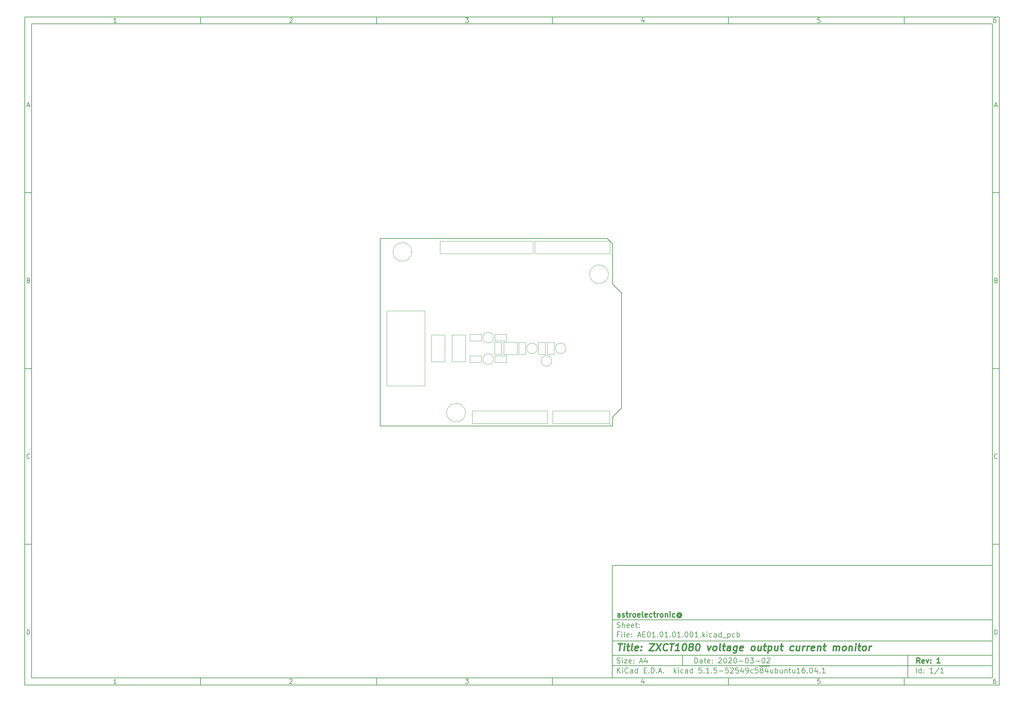
<source format=gbr>
G04 #@! TF.GenerationSoftware,KiCad,Pcbnew,5.1.5-52549c5~84~ubuntu16.04.1*
G04 #@! TF.CreationDate,2020-03-02T18:44:08+01:00*
G04 #@! TF.ProjectId,AE01.01.01.001,41453031-2e30-4312-9e30-312e3030312e,1*
G04 #@! TF.SameCoordinates,Original*
G04 #@! TF.FileFunction,Other,User*
%FSLAX46Y46*%
G04 Gerber Fmt 4.6, Leading zero omitted, Abs format (unit mm)*
G04 Created by KiCad (PCBNEW 5.1.5-52549c5~84~ubuntu16.04.1) date 2020-03-02 18:44:08*
%MOMM*%
%LPD*%
G04 APERTURE LIST*
%ADD10C,0.100000*%
%ADD11C,0.150000*%
%ADD12C,0.300000*%
%ADD13C,0.400000*%
%ADD14C,0.050000*%
G04 APERTURE END LIST*
D10*
D11*
X177002200Y-166007200D02*
X177002200Y-198007200D01*
X285002200Y-198007200D01*
X285002200Y-166007200D01*
X177002200Y-166007200D01*
D10*
D11*
X10000000Y-10000000D02*
X10000000Y-200007200D01*
X287002200Y-200007200D01*
X287002200Y-10000000D01*
X10000000Y-10000000D01*
D10*
D11*
X12000000Y-12000000D02*
X12000000Y-198007200D01*
X285002200Y-198007200D01*
X285002200Y-12000000D01*
X12000000Y-12000000D01*
D10*
D11*
X60000000Y-12000000D02*
X60000000Y-10000000D01*
D10*
D11*
X110000000Y-12000000D02*
X110000000Y-10000000D01*
D10*
D11*
X160000000Y-12000000D02*
X160000000Y-10000000D01*
D10*
D11*
X210000000Y-12000000D02*
X210000000Y-10000000D01*
D10*
D11*
X260000000Y-12000000D02*
X260000000Y-10000000D01*
D10*
D11*
X36065476Y-11588095D02*
X35322619Y-11588095D01*
X35694047Y-11588095D02*
X35694047Y-10288095D01*
X35570238Y-10473809D01*
X35446428Y-10597619D01*
X35322619Y-10659523D01*
D10*
D11*
X85322619Y-10411904D02*
X85384523Y-10350000D01*
X85508333Y-10288095D01*
X85817857Y-10288095D01*
X85941666Y-10350000D01*
X86003571Y-10411904D01*
X86065476Y-10535714D01*
X86065476Y-10659523D01*
X86003571Y-10845238D01*
X85260714Y-11588095D01*
X86065476Y-11588095D01*
D10*
D11*
X135260714Y-10288095D02*
X136065476Y-10288095D01*
X135632142Y-10783333D01*
X135817857Y-10783333D01*
X135941666Y-10845238D01*
X136003571Y-10907142D01*
X136065476Y-11030952D01*
X136065476Y-11340476D01*
X136003571Y-11464285D01*
X135941666Y-11526190D01*
X135817857Y-11588095D01*
X135446428Y-11588095D01*
X135322619Y-11526190D01*
X135260714Y-11464285D01*
D10*
D11*
X185941666Y-10721428D02*
X185941666Y-11588095D01*
X185632142Y-10226190D02*
X185322619Y-11154761D01*
X186127380Y-11154761D01*
D10*
D11*
X236003571Y-10288095D02*
X235384523Y-10288095D01*
X235322619Y-10907142D01*
X235384523Y-10845238D01*
X235508333Y-10783333D01*
X235817857Y-10783333D01*
X235941666Y-10845238D01*
X236003571Y-10907142D01*
X236065476Y-11030952D01*
X236065476Y-11340476D01*
X236003571Y-11464285D01*
X235941666Y-11526190D01*
X235817857Y-11588095D01*
X235508333Y-11588095D01*
X235384523Y-11526190D01*
X235322619Y-11464285D01*
D10*
D11*
X285941666Y-10288095D02*
X285694047Y-10288095D01*
X285570238Y-10350000D01*
X285508333Y-10411904D01*
X285384523Y-10597619D01*
X285322619Y-10845238D01*
X285322619Y-11340476D01*
X285384523Y-11464285D01*
X285446428Y-11526190D01*
X285570238Y-11588095D01*
X285817857Y-11588095D01*
X285941666Y-11526190D01*
X286003571Y-11464285D01*
X286065476Y-11340476D01*
X286065476Y-11030952D01*
X286003571Y-10907142D01*
X285941666Y-10845238D01*
X285817857Y-10783333D01*
X285570238Y-10783333D01*
X285446428Y-10845238D01*
X285384523Y-10907142D01*
X285322619Y-11030952D01*
D10*
D11*
X60000000Y-198007200D02*
X60000000Y-200007200D01*
D10*
D11*
X110000000Y-198007200D02*
X110000000Y-200007200D01*
D10*
D11*
X160000000Y-198007200D02*
X160000000Y-200007200D01*
D10*
D11*
X210000000Y-198007200D02*
X210000000Y-200007200D01*
D10*
D11*
X260000000Y-198007200D02*
X260000000Y-200007200D01*
D10*
D11*
X36065476Y-199595295D02*
X35322619Y-199595295D01*
X35694047Y-199595295D02*
X35694047Y-198295295D01*
X35570238Y-198481009D01*
X35446428Y-198604819D01*
X35322619Y-198666723D01*
D10*
D11*
X85322619Y-198419104D02*
X85384523Y-198357200D01*
X85508333Y-198295295D01*
X85817857Y-198295295D01*
X85941666Y-198357200D01*
X86003571Y-198419104D01*
X86065476Y-198542914D01*
X86065476Y-198666723D01*
X86003571Y-198852438D01*
X85260714Y-199595295D01*
X86065476Y-199595295D01*
D10*
D11*
X135260714Y-198295295D02*
X136065476Y-198295295D01*
X135632142Y-198790533D01*
X135817857Y-198790533D01*
X135941666Y-198852438D01*
X136003571Y-198914342D01*
X136065476Y-199038152D01*
X136065476Y-199347676D01*
X136003571Y-199471485D01*
X135941666Y-199533390D01*
X135817857Y-199595295D01*
X135446428Y-199595295D01*
X135322619Y-199533390D01*
X135260714Y-199471485D01*
D10*
D11*
X185941666Y-198728628D02*
X185941666Y-199595295D01*
X185632142Y-198233390D02*
X185322619Y-199161961D01*
X186127380Y-199161961D01*
D10*
D11*
X236003571Y-198295295D02*
X235384523Y-198295295D01*
X235322619Y-198914342D01*
X235384523Y-198852438D01*
X235508333Y-198790533D01*
X235817857Y-198790533D01*
X235941666Y-198852438D01*
X236003571Y-198914342D01*
X236065476Y-199038152D01*
X236065476Y-199347676D01*
X236003571Y-199471485D01*
X235941666Y-199533390D01*
X235817857Y-199595295D01*
X235508333Y-199595295D01*
X235384523Y-199533390D01*
X235322619Y-199471485D01*
D10*
D11*
X285941666Y-198295295D02*
X285694047Y-198295295D01*
X285570238Y-198357200D01*
X285508333Y-198419104D01*
X285384523Y-198604819D01*
X285322619Y-198852438D01*
X285322619Y-199347676D01*
X285384523Y-199471485D01*
X285446428Y-199533390D01*
X285570238Y-199595295D01*
X285817857Y-199595295D01*
X285941666Y-199533390D01*
X286003571Y-199471485D01*
X286065476Y-199347676D01*
X286065476Y-199038152D01*
X286003571Y-198914342D01*
X285941666Y-198852438D01*
X285817857Y-198790533D01*
X285570238Y-198790533D01*
X285446428Y-198852438D01*
X285384523Y-198914342D01*
X285322619Y-199038152D01*
D10*
D11*
X10000000Y-60000000D02*
X12000000Y-60000000D01*
D10*
D11*
X10000000Y-110000000D02*
X12000000Y-110000000D01*
D10*
D11*
X10000000Y-160000000D02*
X12000000Y-160000000D01*
D10*
D11*
X10690476Y-35216666D02*
X11309523Y-35216666D01*
X10566666Y-35588095D02*
X11000000Y-34288095D01*
X11433333Y-35588095D01*
D10*
D11*
X11092857Y-84907142D02*
X11278571Y-84969047D01*
X11340476Y-85030952D01*
X11402380Y-85154761D01*
X11402380Y-85340476D01*
X11340476Y-85464285D01*
X11278571Y-85526190D01*
X11154761Y-85588095D01*
X10659523Y-85588095D01*
X10659523Y-84288095D01*
X11092857Y-84288095D01*
X11216666Y-84350000D01*
X11278571Y-84411904D01*
X11340476Y-84535714D01*
X11340476Y-84659523D01*
X11278571Y-84783333D01*
X11216666Y-84845238D01*
X11092857Y-84907142D01*
X10659523Y-84907142D01*
D10*
D11*
X11402380Y-135464285D02*
X11340476Y-135526190D01*
X11154761Y-135588095D01*
X11030952Y-135588095D01*
X10845238Y-135526190D01*
X10721428Y-135402380D01*
X10659523Y-135278571D01*
X10597619Y-135030952D01*
X10597619Y-134845238D01*
X10659523Y-134597619D01*
X10721428Y-134473809D01*
X10845238Y-134350000D01*
X11030952Y-134288095D01*
X11154761Y-134288095D01*
X11340476Y-134350000D01*
X11402380Y-134411904D01*
D10*
D11*
X10659523Y-185588095D02*
X10659523Y-184288095D01*
X10969047Y-184288095D01*
X11154761Y-184350000D01*
X11278571Y-184473809D01*
X11340476Y-184597619D01*
X11402380Y-184845238D01*
X11402380Y-185030952D01*
X11340476Y-185278571D01*
X11278571Y-185402380D01*
X11154761Y-185526190D01*
X10969047Y-185588095D01*
X10659523Y-185588095D01*
D10*
D11*
X287002200Y-60000000D02*
X285002200Y-60000000D01*
D10*
D11*
X287002200Y-110000000D02*
X285002200Y-110000000D01*
D10*
D11*
X287002200Y-160000000D02*
X285002200Y-160000000D01*
D10*
D11*
X285692676Y-35216666D02*
X286311723Y-35216666D01*
X285568866Y-35588095D02*
X286002200Y-34288095D01*
X286435533Y-35588095D01*
D10*
D11*
X286095057Y-84907142D02*
X286280771Y-84969047D01*
X286342676Y-85030952D01*
X286404580Y-85154761D01*
X286404580Y-85340476D01*
X286342676Y-85464285D01*
X286280771Y-85526190D01*
X286156961Y-85588095D01*
X285661723Y-85588095D01*
X285661723Y-84288095D01*
X286095057Y-84288095D01*
X286218866Y-84350000D01*
X286280771Y-84411904D01*
X286342676Y-84535714D01*
X286342676Y-84659523D01*
X286280771Y-84783333D01*
X286218866Y-84845238D01*
X286095057Y-84907142D01*
X285661723Y-84907142D01*
D10*
D11*
X286404580Y-135464285D02*
X286342676Y-135526190D01*
X286156961Y-135588095D01*
X286033152Y-135588095D01*
X285847438Y-135526190D01*
X285723628Y-135402380D01*
X285661723Y-135278571D01*
X285599819Y-135030952D01*
X285599819Y-134845238D01*
X285661723Y-134597619D01*
X285723628Y-134473809D01*
X285847438Y-134350000D01*
X286033152Y-134288095D01*
X286156961Y-134288095D01*
X286342676Y-134350000D01*
X286404580Y-134411904D01*
D10*
D11*
X285661723Y-185588095D02*
X285661723Y-184288095D01*
X285971247Y-184288095D01*
X286156961Y-184350000D01*
X286280771Y-184473809D01*
X286342676Y-184597619D01*
X286404580Y-184845238D01*
X286404580Y-185030952D01*
X286342676Y-185278571D01*
X286280771Y-185402380D01*
X286156961Y-185526190D01*
X285971247Y-185588095D01*
X285661723Y-185588095D01*
D10*
D11*
X200434342Y-193785771D02*
X200434342Y-192285771D01*
X200791485Y-192285771D01*
X201005771Y-192357200D01*
X201148628Y-192500057D01*
X201220057Y-192642914D01*
X201291485Y-192928628D01*
X201291485Y-193142914D01*
X201220057Y-193428628D01*
X201148628Y-193571485D01*
X201005771Y-193714342D01*
X200791485Y-193785771D01*
X200434342Y-193785771D01*
X202577200Y-193785771D02*
X202577200Y-193000057D01*
X202505771Y-192857200D01*
X202362914Y-192785771D01*
X202077200Y-192785771D01*
X201934342Y-192857200D01*
X202577200Y-193714342D02*
X202434342Y-193785771D01*
X202077200Y-193785771D01*
X201934342Y-193714342D01*
X201862914Y-193571485D01*
X201862914Y-193428628D01*
X201934342Y-193285771D01*
X202077200Y-193214342D01*
X202434342Y-193214342D01*
X202577200Y-193142914D01*
X203077200Y-192785771D02*
X203648628Y-192785771D01*
X203291485Y-192285771D02*
X203291485Y-193571485D01*
X203362914Y-193714342D01*
X203505771Y-193785771D01*
X203648628Y-193785771D01*
X204720057Y-193714342D02*
X204577200Y-193785771D01*
X204291485Y-193785771D01*
X204148628Y-193714342D01*
X204077200Y-193571485D01*
X204077200Y-193000057D01*
X204148628Y-192857200D01*
X204291485Y-192785771D01*
X204577200Y-192785771D01*
X204720057Y-192857200D01*
X204791485Y-193000057D01*
X204791485Y-193142914D01*
X204077200Y-193285771D01*
X205434342Y-193642914D02*
X205505771Y-193714342D01*
X205434342Y-193785771D01*
X205362914Y-193714342D01*
X205434342Y-193642914D01*
X205434342Y-193785771D01*
X205434342Y-192857200D02*
X205505771Y-192928628D01*
X205434342Y-193000057D01*
X205362914Y-192928628D01*
X205434342Y-192857200D01*
X205434342Y-193000057D01*
X207220057Y-192428628D02*
X207291485Y-192357200D01*
X207434342Y-192285771D01*
X207791485Y-192285771D01*
X207934342Y-192357200D01*
X208005771Y-192428628D01*
X208077200Y-192571485D01*
X208077200Y-192714342D01*
X208005771Y-192928628D01*
X207148628Y-193785771D01*
X208077200Y-193785771D01*
X209005771Y-192285771D02*
X209148628Y-192285771D01*
X209291485Y-192357200D01*
X209362914Y-192428628D01*
X209434342Y-192571485D01*
X209505771Y-192857200D01*
X209505771Y-193214342D01*
X209434342Y-193500057D01*
X209362914Y-193642914D01*
X209291485Y-193714342D01*
X209148628Y-193785771D01*
X209005771Y-193785771D01*
X208862914Y-193714342D01*
X208791485Y-193642914D01*
X208720057Y-193500057D01*
X208648628Y-193214342D01*
X208648628Y-192857200D01*
X208720057Y-192571485D01*
X208791485Y-192428628D01*
X208862914Y-192357200D01*
X209005771Y-192285771D01*
X210077200Y-192428628D02*
X210148628Y-192357200D01*
X210291485Y-192285771D01*
X210648628Y-192285771D01*
X210791485Y-192357200D01*
X210862914Y-192428628D01*
X210934342Y-192571485D01*
X210934342Y-192714342D01*
X210862914Y-192928628D01*
X210005771Y-193785771D01*
X210934342Y-193785771D01*
X211862914Y-192285771D02*
X212005771Y-192285771D01*
X212148628Y-192357200D01*
X212220057Y-192428628D01*
X212291485Y-192571485D01*
X212362914Y-192857200D01*
X212362914Y-193214342D01*
X212291485Y-193500057D01*
X212220057Y-193642914D01*
X212148628Y-193714342D01*
X212005771Y-193785771D01*
X211862914Y-193785771D01*
X211720057Y-193714342D01*
X211648628Y-193642914D01*
X211577200Y-193500057D01*
X211505771Y-193214342D01*
X211505771Y-192857200D01*
X211577200Y-192571485D01*
X211648628Y-192428628D01*
X211720057Y-192357200D01*
X211862914Y-192285771D01*
X213005771Y-193214342D02*
X214148628Y-193214342D01*
X215148628Y-192285771D02*
X215291485Y-192285771D01*
X215434342Y-192357200D01*
X215505771Y-192428628D01*
X215577200Y-192571485D01*
X215648628Y-192857200D01*
X215648628Y-193214342D01*
X215577200Y-193500057D01*
X215505771Y-193642914D01*
X215434342Y-193714342D01*
X215291485Y-193785771D01*
X215148628Y-193785771D01*
X215005771Y-193714342D01*
X214934342Y-193642914D01*
X214862914Y-193500057D01*
X214791485Y-193214342D01*
X214791485Y-192857200D01*
X214862914Y-192571485D01*
X214934342Y-192428628D01*
X215005771Y-192357200D01*
X215148628Y-192285771D01*
X216148628Y-192285771D02*
X217077200Y-192285771D01*
X216577200Y-192857200D01*
X216791485Y-192857200D01*
X216934342Y-192928628D01*
X217005771Y-193000057D01*
X217077200Y-193142914D01*
X217077200Y-193500057D01*
X217005771Y-193642914D01*
X216934342Y-193714342D01*
X216791485Y-193785771D01*
X216362914Y-193785771D01*
X216220057Y-193714342D01*
X216148628Y-193642914D01*
X217720057Y-193214342D02*
X218862914Y-193214342D01*
X219862914Y-192285771D02*
X220005771Y-192285771D01*
X220148628Y-192357200D01*
X220220057Y-192428628D01*
X220291485Y-192571485D01*
X220362914Y-192857200D01*
X220362914Y-193214342D01*
X220291485Y-193500057D01*
X220220057Y-193642914D01*
X220148628Y-193714342D01*
X220005771Y-193785771D01*
X219862914Y-193785771D01*
X219720057Y-193714342D01*
X219648628Y-193642914D01*
X219577200Y-193500057D01*
X219505771Y-193214342D01*
X219505771Y-192857200D01*
X219577200Y-192571485D01*
X219648628Y-192428628D01*
X219720057Y-192357200D01*
X219862914Y-192285771D01*
X220934342Y-192428628D02*
X221005771Y-192357200D01*
X221148628Y-192285771D01*
X221505771Y-192285771D01*
X221648628Y-192357200D01*
X221720057Y-192428628D01*
X221791485Y-192571485D01*
X221791485Y-192714342D01*
X221720057Y-192928628D01*
X220862914Y-193785771D01*
X221791485Y-193785771D01*
D10*
D11*
X177002200Y-194507200D02*
X285002200Y-194507200D01*
D10*
D11*
X178434342Y-196585771D02*
X178434342Y-195085771D01*
X179291485Y-196585771D02*
X178648628Y-195728628D01*
X179291485Y-195085771D02*
X178434342Y-195942914D01*
X179934342Y-196585771D02*
X179934342Y-195585771D01*
X179934342Y-195085771D02*
X179862914Y-195157200D01*
X179934342Y-195228628D01*
X180005771Y-195157200D01*
X179934342Y-195085771D01*
X179934342Y-195228628D01*
X181505771Y-196442914D02*
X181434342Y-196514342D01*
X181220057Y-196585771D01*
X181077200Y-196585771D01*
X180862914Y-196514342D01*
X180720057Y-196371485D01*
X180648628Y-196228628D01*
X180577200Y-195942914D01*
X180577200Y-195728628D01*
X180648628Y-195442914D01*
X180720057Y-195300057D01*
X180862914Y-195157200D01*
X181077200Y-195085771D01*
X181220057Y-195085771D01*
X181434342Y-195157200D01*
X181505771Y-195228628D01*
X182791485Y-196585771D02*
X182791485Y-195800057D01*
X182720057Y-195657200D01*
X182577200Y-195585771D01*
X182291485Y-195585771D01*
X182148628Y-195657200D01*
X182791485Y-196514342D02*
X182648628Y-196585771D01*
X182291485Y-196585771D01*
X182148628Y-196514342D01*
X182077200Y-196371485D01*
X182077200Y-196228628D01*
X182148628Y-196085771D01*
X182291485Y-196014342D01*
X182648628Y-196014342D01*
X182791485Y-195942914D01*
X184148628Y-196585771D02*
X184148628Y-195085771D01*
X184148628Y-196514342D02*
X184005771Y-196585771D01*
X183720057Y-196585771D01*
X183577200Y-196514342D01*
X183505771Y-196442914D01*
X183434342Y-196300057D01*
X183434342Y-195871485D01*
X183505771Y-195728628D01*
X183577200Y-195657200D01*
X183720057Y-195585771D01*
X184005771Y-195585771D01*
X184148628Y-195657200D01*
X186005771Y-195800057D02*
X186505771Y-195800057D01*
X186720057Y-196585771D02*
X186005771Y-196585771D01*
X186005771Y-195085771D01*
X186720057Y-195085771D01*
X187362914Y-196442914D02*
X187434342Y-196514342D01*
X187362914Y-196585771D01*
X187291485Y-196514342D01*
X187362914Y-196442914D01*
X187362914Y-196585771D01*
X188077200Y-196585771D02*
X188077200Y-195085771D01*
X188434342Y-195085771D01*
X188648628Y-195157200D01*
X188791485Y-195300057D01*
X188862914Y-195442914D01*
X188934342Y-195728628D01*
X188934342Y-195942914D01*
X188862914Y-196228628D01*
X188791485Y-196371485D01*
X188648628Y-196514342D01*
X188434342Y-196585771D01*
X188077200Y-196585771D01*
X189577200Y-196442914D02*
X189648628Y-196514342D01*
X189577200Y-196585771D01*
X189505771Y-196514342D01*
X189577200Y-196442914D01*
X189577200Y-196585771D01*
X190220057Y-196157200D02*
X190934342Y-196157200D01*
X190077200Y-196585771D02*
X190577200Y-195085771D01*
X191077200Y-196585771D01*
X191577200Y-196442914D02*
X191648628Y-196514342D01*
X191577200Y-196585771D01*
X191505771Y-196514342D01*
X191577200Y-196442914D01*
X191577200Y-196585771D01*
X194577200Y-196585771D02*
X194577200Y-195085771D01*
X194720057Y-196014342D02*
X195148628Y-196585771D01*
X195148628Y-195585771D02*
X194577200Y-196157200D01*
X195791485Y-196585771D02*
X195791485Y-195585771D01*
X195791485Y-195085771D02*
X195720057Y-195157200D01*
X195791485Y-195228628D01*
X195862914Y-195157200D01*
X195791485Y-195085771D01*
X195791485Y-195228628D01*
X197148628Y-196514342D02*
X197005771Y-196585771D01*
X196720057Y-196585771D01*
X196577200Y-196514342D01*
X196505771Y-196442914D01*
X196434342Y-196300057D01*
X196434342Y-195871485D01*
X196505771Y-195728628D01*
X196577200Y-195657200D01*
X196720057Y-195585771D01*
X197005771Y-195585771D01*
X197148628Y-195657200D01*
X198434342Y-196585771D02*
X198434342Y-195800057D01*
X198362914Y-195657200D01*
X198220057Y-195585771D01*
X197934342Y-195585771D01*
X197791485Y-195657200D01*
X198434342Y-196514342D02*
X198291485Y-196585771D01*
X197934342Y-196585771D01*
X197791485Y-196514342D01*
X197720057Y-196371485D01*
X197720057Y-196228628D01*
X197791485Y-196085771D01*
X197934342Y-196014342D01*
X198291485Y-196014342D01*
X198434342Y-195942914D01*
X199791485Y-196585771D02*
X199791485Y-195085771D01*
X199791485Y-196514342D02*
X199648628Y-196585771D01*
X199362914Y-196585771D01*
X199220057Y-196514342D01*
X199148628Y-196442914D01*
X199077200Y-196300057D01*
X199077200Y-195871485D01*
X199148628Y-195728628D01*
X199220057Y-195657200D01*
X199362914Y-195585771D01*
X199648628Y-195585771D01*
X199791485Y-195657200D01*
X202362914Y-195085771D02*
X201648628Y-195085771D01*
X201577200Y-195800057D01*
X201648628Y-195728628D01*
X201791485Y-195657200D01*
X202148628Y-195657200D01*
X202291485Y-195728628D01*
X202362914Y-195800057D01*
X202434342Y-195942914D01*
X202434342Y-196300057D01*
X202362914Y-196442914D01*
X202291485Y-196514342D01*
X202148628Y-196585771D01*
X201791485Y-196585771D01*
X201648628Y-196514342D01*
X201577200Y-196442914D01*
X203077200Y-196442914D02*
X203148628Y-196514342D01*
X203077200Y-196585771D01*
X203005771Y-196514342D01*
X203077200Y-196442914D01*
X203077200Y-196585771D01*
X204577200Y-196585771D02*
X203720057Y-196585771D01*
X204148628Y-196585771D02*
X204148628Y-195085771D01*
X204005771Y-195300057D01*
X203862914Y-195442914D01*
X203720057Y-195514342D01*
X205220057Y-196442914D02*
X205291485Y-196514342D01*
X205220057Y-196585771D01*
X205148628Y-196514342D01*
X205220057Y-196442914D01*
X205220057Y-196585771D01*
X206648628Y-195085771D02*
X205934342Y-195085771D01*
X205862914Y-195800057D01*
X205934342Y-195728628D01*
X206077200Y-195657200D01*
X206434342Y-195657200D01*
X206577200Y-195728628D01*
X206648628Y-195800057D01*
X206720057Y-195942914D01*
X206720057Y-196300057D01*
X206648628Y-196442914D01*
X206577200Y-196514342D01*
X206434342Y-196585771D01*
X206077200Y-196585771D01*
X205934342Y-196514342D01*
X205862914Y-196442914D01*
X207362914Y-196014342D02*
X208505771Y-196014342D01*
X209934342Y-195085771D02*
X209220057Y-195085771D01*
X209148628Y-195800057D01*
X209220057Y-195728628D01*
X209362914Y-195657200D01*
X209720057Y-195657200D01*
X209862914Y-195728628D01*
X209934342Y-195800057D01*
X210005771Y-195942914D01*
X210005771Y-196300057D01*
X209934342Y-196442914D01*
X209862914Y-196514342D01*
X209720057Y-196585771D01*
X209362914Y-196585771D01*
X209220057Y-196514342D01*
X209148628Y-196442914D01*
X210577200Y-195228628D02*
X210648628Y-195157200D01*
X210791485Y-195085771D01*
X211148628Y-195085771D01*
X211291485Y-195157200D01*
X211362914Y-195228628D01*
X211434342Y-195371485D01*
X211434342Y-195514342D01*
X211362914Y-195728628D01*
X210505771Y-196585771D01*
X211434342Y-196585771D01*
X212791485Y-195085771D02*
X212077200Y-195085771D01*
X212005771Y-195800057D01*
X212077200Y-195728628D01*
X212220057Y-195657200D01*
X212577200Y-195657200D01*
X212720057Y-195728628D01*
X212791485Y-195800057D01*
X212862914Y-195942914D01*
X212862914Y-196300057D01*
X212791485Y-196442914D01*
X212720057Y-196514342D01*
X212577200Y-196585771D01*
X212220057Y-196585771D01*
X212077200Y-196514342D01*
X212005771Y-196442914D01*
X214148628Y-195585771D02*
X214148628Y-196585771D01*
X213791485Y-195014342D02*
X213434342Y-196085771D01*
X214362914Y-196085771D01*
X215005771Y-196585771D02*
X215291485Y-196585771D01*
X215434342Y-196514342D01*
X215505771Y-196442914D01*
X215648628Y-196228628D01*
X215720057Y-195942914D01*
X215720057Y-195371485D01*
X215648628Y-195228628D01*
X215577200Y-195157200D01*
X215434342Y-195085771D01*
X215148628Y-195085771D01*
X215005771Y-195157200D01*
X214934342Y-195228628D01*
X214862914Y-195371485D01*
X214862914Y-195728628D01*
X214934342Y-195871485D01*
X215005771Y-195942914D01*
X215148628Y-196014342D01*
X215434342Y-196014342D01*
X215577200Y-195942914D01*
X215648628Y-195871485D01*
X215720057Y-195728628D01*
X217005771Y-196514342D02*
X216862914Y-196585771D01*
X216577200Y-196585771D01*
X216434342Y-196514342D01*
X216362914Y-196442914D01*
X216291485Y-196300057D01*
X216291485Y-195871485D01*
X216362914Y-195728628D01*
X216434342Y-195657200D01*
X216577200Y-195585771D01*
X216862914Y-195585771D01*
X217005771Y-195657200D01*
X218362914Y-195085771D02*
X217648628Y-195085771D01*
X217577200Y-195800057D01*
X217648628Y-195728628D01*
X217791485Y-195657200D01*
X218148628Y-195657200D01*
X218291485Y-195728628D01*
X218362914Y-195800057D01*
X218434342Y-195942914D01*
X218434342Y-196300057D01*
X218362914Y-196442914D01*
X218291485Y-196514342D01*
X218148628Y-196585771D01*
X217791485Y-196585771D01*
X217648628Y-196514342D01*
X217577200Y-196442914D01*
X218720057Y-194677200D02*
X220148628Y-194677200D01*
X219291485Y-195728628D02*
X219148628Y-195657200D01*
X219077200Y-195585771D01*
X219005771Y-195442914D01*
X219005771Y-195371485D01*
X219077200Y-195228628D01*
X219148628Y-195157200D01*
X219291485Y-195085771D01*
X219577200Y-195085771D01*
X219720057Y-195157200D01*
X219791485Y-195228628D01*
X219862914Y-195371485D01*
X219862914Y-195442914D01*
X219791485Y-195585771D01*
X219720057Y-195657200D01*
X219577200Y-195728628D01*
X219291485Y-195728628D01*
X219148628Y-195800057D01*
X219077200Y-195871485D01*
X219005771Y-196014342D01*
X219005771Y-196300057D01*
X219077200Y-196442914D01*
X219148628Y-196514342D01*
X219291485Y-196585771D01*
X219577200Y-196585771D01*
X219720057Y-196514342D01*
X219791485Y-196442914D01*
X219862914Y-196300057D01*
X219862914Y-196014342D01*
X219791485Y-195871485D01*
X219720057Y-195800057D01*
X219577200Y-195728628D01*
X220148628Y-194677200D02*
X221577199Y-194677200D01*
X221148628Y-195585771D02*
X221148628Y-196585771D01*
X220791485Y-195014342D02*
X220434342Y-196085771D01*
X221362914Y-196085771D01*
X222577199Y-195585771D02*
X222577199Y-196585771D01*
X221934342Y-195585771D02*
X221934342Y-196371485D01*
X222005771Y-196514342D01*
X222148628Y-196585771D01*
X222362914Y-196585771D01*
X222505771Y-196514342D01*
X222577199Y-196442914D01*
X223291485Y-196585771D02*
X223291485Y-195085771D01*
X223291485Y-195657200D02*
X223434342Y-195585771D01*
X223720057Y-195585771D01*
X223862914Y-195657200D01*
X223934342Y-195728628D01*
X224005771Y-195871485D01*
X224005771Y-196300057D01*
X223934342Y-196442914D01*
X223862914Y-196514342D01*
X223720057Y-196585771D01*
X223434342Y-196585771D01*
X223291485Y-196514342D01*
X225291485Y-195585771D02*
X225291485Y-196585771D01*
X224648628Y-195585771D02*
X224648628Y-196371485D01*
X224720057Y-196514342D01*
X224862914Y-196585771D01*
X225077199Y-196585771D01*
X225220057Y-196514342D01*
X225291485Y-196442914D01*
X226005771Y-195585771D02*
X226005771Y-196585771D01*
X226005771Y-195728628D02*
X226077199Y-195657200D01*
X226220057Y-195585771D01*
X226434342Y-195585771D01*
X226577199Y-195657200D01*
X226648628Y-195800057D01*
X226648628Y-196585771D01*
X227148628Y-195585771D02*
X227720057Y-195585771D01*
X227362914Y-195085771D02*
X227362914Y-196371485D01*
X227434342Y-196514342D01*
X227577200Y-196585771D01*
X227720057Y-196585771D01*
X228862914Y-195585771D02*
X228862914Y-196585771D01*
X228220057Y-195585771D02*
X228220057Y-196371485D01*
X228291485Y-196514342D01*
X228434342Y-196585771D01*
X228648628Y-196585771D01*
X228791485Y-196514342D01*
X228862914Y-196442914D01*
X230362914Y-196585771D02*
X229505771Y-196585771D01*
X229934342Y-196585771D02*
X229934342Y-195085771D01*
X229791485Y-195300057D01*
X229648628Y-195442914D01*
X229505771Y-195514342D01*
X231648628Y-195085771D02*
X231362914Y-195085771D01*
X231220057Y-195157200D01*
X231148628Y-195228628D01*
X231005771Y-195442914D01*
X230934342Y-195728628D01*
X230934342Y-196300057D01*
X231005771Y-196442914D01*
X231077199Y-196514342D01*
X231220057Y-196585771D01*
X231505771Y-196585771D01*
X231648628Y-196514342D01*
X231720057Y-196442914D01*
X231791485Y-196300057D01*
X231791485Y-195942914D01*
X231720057Y-195800057D01*
X231648628Y-195728628D01*
X231505771Y-195657200D01*
X231220057Y-195657200D01*
X231077199Y-195728628D01*
X231005771Y-195800057D01*
X230934342Y-195942914D01*
X232434342Y-196442914D02*
X232505771Y-196514342D01*
X232434342Y-196585771D01*
X232362914Y-196514342D01*
X232434342Y-196442914D01*
X232434342Y-196585771D01*
X233434342Y-195085771D02*
X233577199Y-195085771D01*
X233720057Y-195157200D01*
X233791485Y-195228628D01*
X233862914Y-195371485D01*
X233934342Y-195657200D01*
X233934342Y-196014342D01*
X233862914Y-196300057D01*
X233791485Y-196442914D01*
X233720057Y-196514342D01*
X233577199Y-196585771D01*
X233434342Y-196585771D01*
X233291485Y-196514342D01*
X233220057Y-196442914D01*
X233148628Y-196300057D01*
X233077199Y-196014342D01*
X233077199Y-195657200D01*
X233148628Y-195371485D01*
X233220057Y-195228628D01*
X233291485Y-195157200D01*
X233434342Y-195085771D01*
X235220057Y-195585771D02*
X235220057Y-196585771D01*
X234862914Y-195014342D02*
X234505771Y-196085771D01*
X235434342Y-196085771D01*
X236005771Y-196442914D02*
X236077199Y-196514342D01*
X236005771Y-196585771D01*
X235934342Y-196514342D01*
X236005771Y-196442914D01*
X236005771Y-196585771D01*
X237505771Y-196585771D02*
X236648628Y-196585771D01*
X237077199Y-196585771D02*
X237077199Y-195085771D01*
X236934342Y-195300057D01*
X236791485Y-195442914D01*
X236648628Y-195514342D01*
D10*
D11*
X177002200Y-191507200D02*
X285002200Y-191507200D01*
D10*
D12*
X264411485Y-193785771D02*
X263911485Y-193071485D01*
X263554342Y-193785771D02*
X263554342Y-192285771D01*
X264125771Y-192285771D01*
X264268628Y-192357200D01*
X264340057Y-192428628D01*
X264411485Y-192571485D01*
X264411485Y-192785771D01*
X264340057Y-192928628D01*
X264268628Y-193000057D01*
X264125771Y-193071485D01*
X263554342Y-193071485D01*
X265625771Y-193714342D02*
X265482914Y-193785771D01*
X265197200Y-193785771D01*
X265054342Y-193714342D01*
X264982914Y-193571485D01*
X264982914Y-193000057D01*
X265054342Y-192857200D01*
X265197200Y-192785771D01*
X265482914Y-192785771D01*
X265625771Y-192857200D01*
X265697200Y-193000057D01*
X265697200Y-193142914D01*
X264982914Y-193285771D01*
X266197200Y-192785771D02*
X266554342Y-193785771D01*
X266911485Y-192785771D01*
X267482914Y-193642914D02*
X267554342Y-193714342D01*
X267482914Y-193785771D01*
X267411485Y-193714342D01*
X267482914Y-193642914D01*
X267482914Y-193785771D01*
X267482914Y-192857200D02*
X267554342Y-192928628D01*
X267482914Y-193000057D01*
X267411485Y-192928628D01*
X267482914Y-192857200D01*
X267482914Y-193000057D01*
X270125771Y-193785771D02*
X269268628Y-193785771D01*
X269697200Y-193785771D02*
X269697200Y-192285771D01*
X269554342Y-192500057D01*
X269411485Y-192642914D01*
X269268628Y-192714342D01*
D10*
D11*
X178362914Y-193714342D02*
X178577200Y-193785771D01*
X178934342Y-193785771D01*
X179077200Y-193714342D01*
X179148628Y-193642914D01*
X179220057Y-193500057D01*
X179220057Y-193357200D01*
X179148628Y-193214342D01*
X179077200Y-193142914D01*
X178934342Y-193071485D01*
X178648628Y-193000057D01*
X178505771Y-192928628D01*
X178434342Y-192857200D01*
X178362914Y-192714342D01*
X178362914Y-192571485D01*
X178434342Y-192428628D01*
X178505771Y-192357200D01*
X178648628Y-192285771D01*
X179005771Y-192285771D01*
X179220057Y-192357200D01*
X179862914Y-193785771D02*
X179862914Y-192785771D01*
X179862914Y-192285771D02*
X179791485Y-192357200D01*
X179862914Y-192428628D01*
X179934342Y-192357200D01*
X179862914Y-192285771D01*
X179862914Y-192428628D01*
X180434342Y-192785771D02*
X181220057Y-192785771D01*
X180434342Y-193785771D01*
X181220057Y-193785771D01*
X182362914Y-193714342D02*
X182220057Y-193785771D01*
X181934342Y-193785771D01*
X181791485Y-193714342D01*
X181720057Y-193571485D01*
X181720057Y-193000057D01*
X181791485Y-192857200D01*
X181934342Y-192785771D01*
X182220057Y-192785771D01*
X182362914Y-192857200D01*
X182434342Y-193000057D01*
X182434342Y-193142914D01*
X181720057Y-193285771D01*
X183077200Y-193642914D02*
X183148628Y-193714342D01*
X183077200Y-193785771D01*
X183005771Y-193714342D01*
X183077200Y-193642914D01*
X183077200Y-193785771D01*
X183077200Y-192857200D02*
X183148628Y-192928628D01*
X183077200Y-193000057D01*
X183005771Y-192928628D01*
X183077200Y-192857200D01*
X183077200Y-193000057D01*
X184862914Y-193357200D02*
X185577200Y-193357200D01*
X184720057Y-193785771D02*
X185220057Y-192285771D01*
X185720057Y-193785771D01*
X186862914Y-192785771D02*
X186862914Y-193785771D01*
X186505771Y-192214342D02*
X186148628Y-193285771D01*
X187077200Y-193285771D01*
D10*
D11*
X263434342Y-196585771D02*
X263434342Y-195085771D01*
X264791485Y-196585771D02*
X264791485Y-195085771D01*
X264791485Y-196514342D02*
X264648628Y-196585771D01*
X264362914Y-196585771D01*
X264220057Y-196514342D01*
X264148628Y-196442914D01*
X264077200Y-196300057D01*
X264077200Y-195871485D01*
X264148628Y-195728628D01*
X264220057Y-195657200D01*
X264362914Y-195585771D01*
X264648628Y-195585771D01*
X264791485Y-195657200D01*
X265505771Y-196442914D02*
X265577200Y-196514342D01*
X265505771Y-196585771D01*
X265434342Y-196514342D01*
X265505771Y-196442914D01*
X265505771Y-196585771D01*
X265505771Y-195657200D02*
X265577200Y-195728628D01*
X265505771Y-195800057D01*
X265434342Y-195728628D01*
X265505771Y-195657200D01*
X265505771Y-195800057D01*
X268148628Y-196585771D02*
X267291485Y-196585771D01*
X267720057Y-196585771D02*
X267720057Y-195085771D01*
X267577200Y-195300057D01*
X267434342Y-195442914D01*
X267291485Y-195514342D01*
X269862914Y-195014342D02*
X268577200Y-196942914D01*
X271148628Y-196585771D02*
X270291485Y-196585771D01*
X270720057Y-196585771D02*
X270720057Y-195085771D01*
X270577200Y-195300057D01*
X270434342Y-195442914D01*
X270291485Y-195514342D01*
D10*
D11*
X177002200Y-187507200D02*
X285002200Y-187507200D01*
D10*
D13*
X178714580Y-188211961D02*
X179857438Y-188211961D01*
X179036009Y-190211961D02*
X179286009Y-188211961D01*
X180274104Y-190211961D02*
X180440771Y-188878628D01*
X180524104Y-188211961D02*
X180416961Y-188307200D01*
X180500295Y-188402438D01*
X180607438Y-188307200D01*
X180524104Y-188211961D01*
X180500295Y-188402438D01*
X181107438Y-188878628D02*
X181869342Y-188878628D01*
X181476485Y-188211961D02*
X181262200Y-189926247D01*
X181333628Y-190116723D01*
X181512200Y-190211961D01*
X181702676Y-190211961D01*
X182655057Y-190211961D02*
X182476485Y-190116723D01*
X182405057Y-189926247D01*
X182619342Y-188211961D01*
X184190771Y-190116723D02*
X183988390Y-190211961D01*
X183607438Y-190211961D01*
X183428866Y-190116723D01*
X183357438Y-189926247D01*
X183452676Y-189164342D01*
X183571723Y-188973866D01*
X183774104Y-188878628D01*
X184155057Y-188878628D01*
X184333628Y-188973866D01*
X184405057Y-189164342D01*
X184381247Y-189354819D01*
X183405057Y-189545295D01*
X185155057Y-190021485D02*
X185238390Y-190116723D01*
X185131247Y-190211961D01*
X185047914Y-190116723D01*
X185155057Y-190021485D01*
X185131247Y-190211961D01*
X185286009Y-188973866D02*
X185369342Y-189069104D01*
X185262200Y-189164342D01*
X185178866Y-189069104D01*
X185286009Y-188973866D01*
X185262200Y-189164342D01*
X187666961Y-188211961D02*
X189000295Y-188211961D01*
X187416961Y-190211961D01*
X188750295Y-190211961D01*
X189571723Y-188211961D02*
X190655057Y-190211961D01*
X190905057Y-188211961D02*
X189321723Y-190211961D01*
X192583628Y-190021485D02*
X192476485Y-190116723D01*
X192178866Y-190211961D01*
X191988390Y-190211961D01*
X191714580Y-190116723D01*
X191547914Y-189926247D01*
X191476485Y-189735771D01*
X191428866Y-189354819D01*
X191464580Y-189069104D01*
X191607438Y-188688152D01*
X191726485Y-188497676D01*
X191940771Y-188307200D01*
X192238390Y-188211961D01*
X192428866Y-188211961D01*
X192702676Y-188307200D01*
X192786009Y-188402438D01*
X193381247Y-188211961D02*
X194524104Y-188211961D01*
X193702676Y-190211961D02*
X193952676Y-188211961D01*
X195988390Y-190211961D02*
X194845533Y-190211961D01*
X195416961Y-190211961D02*
X195666961Y-188211961D01*
X195440771Y-188497676D01*
X195226485Y-188688152D01*
X195024104Y-188783390D01*
X197476485Y-188211961D02*
X197666961Y-188211961D01*
X197845533Y-188307200D01*
X197928866Y-188402438D01*
X198000295Y-188592914D01*
X198047914Y-188973866D01*
X197988390Y-189450057D01*
X197845533Y-189831009D01*
X197726485Y-190021485D01*
X197619342Y-190116723D01*
X197416961Y-190211961D01*
X197226485Y-190211961D01*
X197047914Y-190116723D01*
X196964580Y-190021485D01*
X196893152Y-189831009D01*
X196845533Y-189450057D01*
X196905057Y-188973866D01*
X197047914Y-188592914D01*
X197166961Y-188402438D01*
X197274104Y-188307200D01*
X197476485Y-188211961D01*
X199178866Y-189069104D02*
X199000295Y-188973866D01*
X198916961Y-188878628D01*
X198845533Y-188688152D01*
X198857438Y-188592914D01*
X198976485Y-188402438D01*
X199083628Y-188307200D01*
X199286009Y-188211961D01*
X199666961Y-188211961D01*
X199845533Y-188307200D01*
X199928866Y-188402438D01*
X200000295Y-188592914D01*
X199988390Y-188688152D01*
X199869342Y-188878628D01*
X199762200Y-188973866D01*
X199559819Y-189069104D01*
X199178866Y-189069104D01*
X198976485Y-189164342D01*
X198869342Y-189259580D01*
X198750295Y-189450057D01*
X198702676Y-189831009D01*
X198774104Y-190021485D01*
X198857438Y-190116723D01*
X199036009Y-190211961D01*
X199416961Y-190211961D01*
X199619342Y-190116723D01*
X199726485Y-190021485D01*
X199845533Y-189831009D01*
X199893152Y-189450057D01*
X199821723Y-189259580D01*
X199738390Y-189164342D01*
X199559819Y-189069104D01*
X201286009Y-188211961D02*
X201476485Y-188211961D01*
X201655057Y-188307200D01*
X201738390Y-188402438D01*
X201809819Y-188592914D01*
X201857438Y-188973866D01*
X201797914Y-189450057D01*
X201655057Y-189831009D01*
X201536009Y-190021485D01*
X201428866Y-190116723D01*
X201226485Y-190211961D01*
X201036009Y-190211961D01*
X200857438Y-190116723D01*
X200774104Y-190021485D01*
X200702676Y-189831009D01*
X200655057Y-189450057D01*
X200714580Y-188973866D01*
X200857438Y-188592914D01*
X200976485Y-188402438D01*
X201083628Y-188307200D01*
X201286009Y-188211961D01*
X204059819Y-188878628D02*
X204369342Y-190211961D01*
X205012200Y-188878628D01*
X205893152Y-190211961D02*
X205714580Y-190116723D01*
X205631247Y-190021485D01*
X205559819Y-189831009D01*
X205631247Y-189259580D01*
X205750295Y-189069104D01*
X205857438Y-188973866D01*
X206059819Y-188878628D01*
X206345533Y-188878628D01*
X206524104Y-188973866D01*
X206607438Y-189069104D01*
X206678866Y-189259580D01*
X206607438Y-189831009D01*
X206488390Y-190021485D01*
X206381247Y-190116723D01*
X206178866Y-190211961D01*
X205893152Y-190211961D01*
X207702676Y-190211961D02*
X207524104Y-190116723D01*
X207452676Y-189926247D01*
X207666961Y-188211961D01*
X208345533Y-188878628D02*
X209107438Y-188878628D01*
X208714580Y-188211961D02*
X208500295Y-189926247D01*
X208571723Y-190116723D01*
X208750295Y-190211961D01*
X208940771Y-190211961D01*
X210464580Y-190211961D02*
X210595533Y-189164342D01*
X210524104Y-188973866D01*
X210345533Y-188878628D01*
X209964580Y-188878628D01*
X209762200Y-188973866D01*
X210476485Y-190116723D02*
X210274104Y-190211961D01*
X209797914Y-190211961D01*
X209619342Y-190116723D01*
X209547914Y-189926247D01*
X209571723Y-189735771D01*
X209690771Y-189545295D01*
X209893152Y-189450057D01*
X210369342Y-189450057D01*
X210571723Y-189354819D01*
X212440771Y-188878628D02*
X212238390Y-190497676D01*
X212119342Y-190688152D01*
X212012200Y-190783390D01*
X211809819Y-190878628D01*
X211524104Y-190878628D01*
X211345533Y-190783390D01*
X212286009Y-190116723D02*
X212083628Y-190211961D01*
X211702676Y-190211961D01*
X211524104Y-190116723D01*
X211440771Y-190021485D01*
X211369342Y-189831009D01*
X211440771Y-189259580D01*
X211559819Y-189069104D01*
X211666961Y-188973866D01*
X211869342Y-188878628D01*
X212250295Y-188878628D01*
X212428866Y-188973866D01*
X214000295Y-190116723D02*
X213797914Y-190211961D01*
X213416961Y-190211961D01*
X213238390Y-190116723D01*
X213166961Y-189926247D01*
X213262200Y-189164342D01*
X213381247Y-188973866D01*
X213583628Y-188878628D01*
X213964580Y-188878628D01*
X214143152Y-188973866D01*
X214214580Y-189164342D01*
X214190771Y-189354819D01*
X213214580Y-189545295D01*
X216750295Y-190211961D02*
X216571723Y-190116723D01*
X216488390Y-190021485D01*
X216416961Y-189831009D01*
X216488390Y-189259580D01*
X216607438Y-189069104D01*
X216714580Y-188973866D01*
X216916961Y-188878628D01*
X217202676Y-188878628D01*
X217381247Y-188973866D01*
X217464580Y-189069104D01*
X217536009Y-189259580D01*
X217464580Y-189831009D01*
X217345533Y-190021485D01*
X217238390Y-190116723D01*
X217036009Y-190211961D01*
X216750295Y-190211961D01*
X219297914Y-188878628D02*
X219131247Y-190211961D01*
X218440771Y-188878628D02*
X218309819Y-189926247D01*
X218381247Y-190116723D01*
X218559819Y-190211961D01*
X218845533Y-190211961D01*
X219047914Y-190116723D01*
X219155057Y-190021485D01*
X219964580Y-188878628D02*
X220726485Y-188878628D01*
X220333628Y-188211961D02*
X220119342Y-189926247D01*
X220190771Y-190116723D01*
X220369342Y-190211961D01*
X220559819Y-190211961D01*
X221393152Y-188878628D02*
X221143152Y-190878628D01*
X221381247Y-188973866D02*
X221583628Y-188878628D01*
X221964580Y-188878628D01*
X222143152Y-188973866D01*
X222226485Y-189069104D01*
X222297914Y-189259580D01*
X222226485Y-189831009D01*
X222107438Y-190021485D01*
X222000295Y-190116723D01*
X221797914Y-190211961D01*
X221416961Y-190211961D01*
X221238390Y-190116723D01*
X224059819Y-188878628D02*
X223893152Y-190211961D01*
X223202676Y-188878628D02*
X223071723Y-189926247D01*
X223143152Y-190116723D01*
X223321723Y-190211961D01*
X223607438Y-190211961D01*
X223809819Y-190116723D01*
X223916961Y-190021485D01*
X224726485Y-188878628D02*
X225488390Y-188878628D01*
X225095533Y-188211961D02*
X224881247Y-189926247D01*
X224952676Y-190116723D01*
X225131247Y-190211961D01*
X225321723Y-190211961D01*
X228381247Y-190116723D02*
X228178866Y-190211961D01*
X227797914Y-190211961D01*
X227619342Y-190116723D01*
X227536009Y-190021485D01*
X227464580Y-189831009D01*
X227536009Y-189259580D01*
X227655057Y-189069104D01*
X227762199Y-188973866D01*
X227964580Y-188878628D01*
X228345533Y-188878628D01*
X228524104Y-188973866D01*
X230250295Y-188878628D02*
X230083628Y-190211961D01*
X229393152Y-188878628D02*
X229262199Y-189926247D01*
X229333628Y-190116723D01*
X229512199Y-190211961D01*
X229797914Y-190211961D01*
X230000295Y-190116723D01*
X230107438Y-190021485D01*
X231036009Y-190211961D02*
X231202676Y-188878628D01*
X231155057Y-189259580D02*
X231274104Y-189069104D01*
X231381247Y-188973866D01*
X231583628Y-188878628D01*
X231774104Y-188878628D01*
X232274104Y-190211961D02*
X232440771Y-188878628D01*
X232393152Y-189259580D02*
X232512199Y-189069104D01*
X232619342Y-188973866D01*
X232821723Y-188878628D01*
X233012199Y-188878628D01*
X234286009Y-190116723D02*
X234083628Y-190211961D01*
X233702676Y-190211961D01*
X233524104Y-190116723D01*
X233452676Y-189926247D01*
X233547914Y-189164342D01*
X233666961Y-188973866D01*
X233869342Y-188878628D01*
X234250295Y-188878628D01*
X234428866Y-188973866D01*
X234500295Y-189164342D01*
X234476485Y-189354819D01*
X233500295Y-189545295D01*
X235393152Y-188878628D02*
X235226485Y-190211961D01*
X235369342Y-189069104D02*
X235476485Y-188973866D01*
X235678866Y-188878628D01*
X235964580Y-188878628D01*
X236143152Y-188973866D01*
X236214580Y-189164342D01*
X236083628Y-190211961D01*
X236916961Y-188878628D02*
X237678866Y-188878628D01*
X237286009Y-188211961D02*
X237071723Y-189926247D01*
X237143152Y-190116723D01*
X237321723Y-190211961D01*
X237512199Y-190211961D01*
X239702676Y-190211961D02*
X239869342Y-188878628D01*
X239845533Y-189069104D02*
X239952676Y-188973866D01*
X240155057Y-188878628D01*
X240440771Y-188878628D01*
X240619342Y-188973866D01*
X240690771Y-189164342D01*
X240559819Y-190211961D01*
X240690771Y-189164342D02*
X240809819Y-188973866D01*
X241012199Y-188878628D01*
X241297914Y-188878628D01*
X241476485Y-188973866D01*
X241547914Y-189164342D01*
X241416961Y-190211961D01*
X242655057Y-190211961D02*
X242476485Y-190116723D01*
X242393152Y-190021485D01*
X242321723Y-189831009D01*
X242393152Y-189259580D01*
X242512199Y-189069104D01*
X242619342Y-188973866D01*
X242821723Y-188878628D01*
X243107438Y-188878628D01*
X243286009Y-188973866D01*
X243369342Y-189069104D01*
X243440771Y-189259580D01*
X243369342Y-189831009D01*
X243250295Y-190021485D01*
X243143152Y-190116723D01*
X242940771Y-190211961D01*
X242655057Y-190211961D01*
X244345533Y-188878628D02*
X244178866Y-190211961D01*
X244321723Y-189069104D02*
X244428866Y-188973866D01*
X244631247Y-188878628D01*
X244916961Y-188878628D01*
X245095533Y-188973866D01*
X245166961Y-189164342D01*
X245036009Y-190211961D01*
X245988390Y-190211961D02*
X246155057Y-188878628D01*
X246238390Y-188211961D02*
X246131247Y-188307200D01*
X246214580Y-188402438D01*
X246321723Y-188307200D01*
X246238390Y-188211961D01*
X246214580Y-188402438D01*
X246821723Y-188878628D02*
X247583628Y-188878628D01*
X247190771Y-188211961D02*
X246976485Y-189926247D01*
X247047914Y-190116723D01*
X247226485Y-190211961D01*
X247416961Y-190211961D01*
X248369342Y-190211961D02*
X248190771Y-190116723D01*
X248107438Y-190021485D01*
X248036009Y-189831009D01*
X248107438Y-189259580D01*
X248226485Y-189069104D01*
X248333628Y-188973866D01*
X248536009Y-188878628D01*
X248821723Y-188878628D01*
X249000295Y-188973866D01*
X249083628Y-189069104D01*
X249155057Y-189259580D01*
X249083628Y-189831009D01*
X248964580Y-190021485D01*
X248857438Y-190116723D01*
X248655057Y-190211961D01*
X248369342Y-190211961D01*
X249893152Y-190211961D02*
X250059819Y-188878628D01*
X250012199Y-189259580D02*
X250131247Y-189069104D01*
X250238390Y-188973866D01*
X250440771Y-188878628D01*
X250631247Y-188878628D01*
D10*
D11*
X178934342Y-185600057D02*
X178434342Y-185600057D01*
X178434342Y-186385771D02*
X178434342Y-184885771D01*
X179148628Y-184885771D01*
X179720057Y-186385771D02*
X179720057Y-185385771D01*
X179720057Y-184885771D02*
X179648628Y-184957200D01*
X179720057Y-185028628D01*
X179791485Y-184957200D01*
X179720057Y-184885771D01*
X179720057Y-185028628D01*
X180648628Y-186385771D02*
X180505771Y-186314342D01*
X180434342Y-186171485D01*
X180434342Y-184885771D01*
X181791485Y-186314342D02*
X181648628Y-186385771D01*
X181362914Y-186385771D01*
X181220057Y-186314342D01*
X181148628Y-186171485D01*
X181148628Y-185600057D01*
X181220057Y-185457200D01*
X181362914Y-185385771D01*
X181648628Y-185385771D01*
X181791485Y-185457200D01*
X181862914Y-185600057D01*
X181862914Y-185742914D01*
X181148628Y-185885771D01*
X182505771Y-186242914D02*
X182577200Y-186314342D01*
X182505771Y-186385771D01*
X182434342Y-186314342D01*
X182505771Y-186242914D01*
X182505771Y-186385771D01*
X182505771Y-185457200D02*
X182577200Y-185528628D01*
X182505771Y-185600057D01*
X182434342Y-185528628D01*
X182505771Y-185457200D01*
X182505771Y-185600057D01*
X184291485Y-185957200D02*
X185005771Y-185957200D01*
X184148628Y-186385771D02*
X184648628Y-184885771D01*
X185148628Y-186385771D01*
X185648628Y-185600057D02*
X186148628Y-185600057D01*
X186362914Y-186385771D02*
X185648628Y-186385771D01*
X185648628Y-184885771D01*
X186362914Y-184885771D01*
X187291485Y-184885771D02*
X187434342Y-184885771D01*
X187577200Y-184957200D01*
X187648628Y-185028628D01*
X187720057Y-185171485D01*
X187791485Y-185457200D01*
X187791485Y-185814342D01*
X187720057Y-186100057D01*
X187648628Y-186242914D01*
X187577200Y-186314342D01*
X187434342Y-186385771D01*
X187291485Y-186385771D01*
X187148628Y-186314342D01*
X187077200Y-186242914D01*
X187005771Y-186100057D01*
X186934342Y-185814342D01*
X186934342Y-185457200D01*
X187005771Y-185171485D01*
X187077200Y-185028628D01*
X187148628Y-184957200D01*
X187291485Y-184885771D01*
X189220057Y-186385771D02*
X188362914Y-186385771D01*
X188791485Y-186385771D02*
X188791485Y-184885771D01*
X188648628Y-185100057D01*
X188505771Y-185242914D01*
X188362914Y-185314342D01*
X189862914Y-186242914D02*
X189934342Y-186314342D01*
X189862914Y-186385771D01*
X189791485Y-186314342D01*
X189862914Y-186242914D01*
X189862914Y-186385771D01*
X190862914Y-184885771D02*
X191005771Y-184885771D01*
X191148628Y-184957200D01*
X191220057Y-185028628D01*
X191291485Y-185171485D01*
X191362914Y-185457200D01*
X191362914Y-185814342D01*
X191291485Y-186100057D01*
X191220057Y-186242914D01*
X191148628Y-186314342D01*
X191005771Y-186385771D01*
X190862914Y-186385771D01*
X190720057Y-186314342D01*
X190648628Y-186242914D01*
X190577200Y-186100057D01*
X190505771Y-185814342D01*
X190505771Y-185457200D01*
X190577200Y-185171485D01*
X190648628Y-185028628D01*
X190720057Y-184957200D01*
X190862914Y-184885771D01*
X192791485Y-186385771D02*
X191934342Y-186385771D01*
X192362914Y-186385771D02*
X192362914Y-184885771D01*
X192220057Y-185100057D01*
X192077200Y-185242914D01*
X191934342Y-185314342D01*
X193434342Y-186242914D02*
X193505771Y-186314342D01*
X193434342Y-186385771D01*
X193362914Y-186314342D01*
X193434342Y-186242914D01*
X193434342Y-186385771D01*
X194434342Y-184885771D02*
X194577200Y-184885771D01*
X194720057Y-184957200D01*
X194791485Y-185028628D01*
X194862914Y-185171485D01*
X194934342Y-185457200D01*
X194934342Y-185814342D01*
X194862914Y-186100057D01*
X194791485Y-186242914D01*
X194720057Y-186314342D01*
X194577200Y-186385771D01*
X194434342Y-186385771D01*
X194291485Y-186314342D01*
X194220057Y-186242914D01*
X194148628Y-186100057D01*
X194077200Y-185814342D01*
X194077200Y-185457200D01*
X194148628Y-185171485D01*
X194220057Y-185028628D01*
X194291485Y-184957200D01*
X194434342Y-184885771D01*
X196362914Y-186385771D02*
X195505771Y-186385771D01*
X195934342Y-186385771D02*
X195934342Y-184885771D01*
X195791485Y-185100057D01*
X195648628Y-185242914D01*
X195505771Y-185314342D01*
X197005771Y-186242914D02*
X197077200Y-186314342D01*
X197005771Y-186385771D01*
X196934342Y-186314342D01*
X197005771Y-186242914D01*
X197005771Y-186385771D01*
X198005771Y-184885771D02*
X198148628Y-184885771D01*
X198291485Y-184957200D01*
X198362914Y-185028628D01*
X198434342Y-185171485D01*
X198505771Y-185457200D01*
X198505771Y-185814342D01*
X198434342Y-186100057D01*
X198362914Y-186242914D01*
X198291485Y-186314342D01*
X198148628Y-186385771D01*
X198005771Y-186385771D01*
X197862914Y-186314342D01*
X197791485Y-186242914D01*
X197720057Y-186100057D01*
X197648628Y-185814342D01*
X197648628Y-185457200D01*
X197720057Y-185171485D01*
X197791485Y-185028628D01*
X197862914Y-184957200D01*
X198005771Y-184885771D01*
X199434342Y-184885771D02*
X199577200Y-184885771D01*
X199720057Y-184957200D01*
X199791485Y-185028628D01*
X199862914Y-185171485D01*
X199934342Y-185457200D01*
X199934342Y-185814342D01*
X199862914Y-186100057D01*
X199791485Y-186242914D01*
X199720057Y-186314342D01*
X199577200Y-186385771D01*
X199434342Y-186385771D01*
X199291485Y-186314342D01*
X199220057Y-186242914D01*
X199148628Y-186100057D01*
X199077200Y-185814342D01*
X199077200Y-185457200D01*
X199148628Y-185171485D01*
X199220057Y-185028628D01*
X199291485Y-184957200D01*
X199434342Y-184885771D01*
X201362914Y-186385771D02*
X200505771Y-186385771D01*
X200934342Y-186385771D02*
X200934342Y-184885771D01*
X200791485Y-185100057D01*
X200648628Y-185242914D01*
X200505771Y-185314342D01*
X202005771Y-186242914D02*
X202077200Y-186314342D01*
X202005771Y-186385771D01*
X201934342Y-186314342D01*
X202005771Y-186242914D01*
X202005771Y-186385771D01*
X202720057Y-186385771D02*
X202720057Y-184885771D01*
X202862914Y-185814342D02*
X203291485Y-186385771D01*
X203291485Y-185385771D02*
X202720057Y-185957200D01*
X203934342Y-186385771D02*
X203934342Y-185385771D01*
X203934342Y-184885771D02*
X203862914Y-184957200D01*
X203934342Y-185028628D01*
X204005771Y-184957200D01*
X203934342Y-184885771D01*
X203934342Y-185028628D01*
X205291485Y-186314342D02*
X205148628Y-186385771D01*
X204862914Y-186385771D01*
X204720057Y-186314342D01*
X204648628Y-186242914D01*
X204577200Y-186100057D01*
X204577200Y-185671485D01*
X204648628Y-185528628D01*
X204720057Y-185457200D01*
X204862914Y-185385771D01*
X205148628Y-185385771D01*
X205291485Y-185457200D01*
X206577200Y-186385771D02*
X206577200Y-185600057D01*
X206505771Y-185457200D01*
X206362914Y-185385771D01*
X206077200Y-185385771D01*
X205934342Y-185457200D01*
X206577200Y-186314342D02*
X206434342Y-186385771D01*
X206077200Y-186385771D01*
X205934342Y-186314342D01*
X205862914Y-186171485D01*
X205862914Y-186028628D01*
X205934342Y-185885771D01*
X206077200Y-185814342D01*
X206434342Y-185814342D01*
X206577200Y-185742914D01*
X207934342Y-186385771D02*
X207934342Y-184885771D01*
X207934342Y-186314342D02*
X207791485Y-186385771D01*
X207505771Y-186385771D01*
X207362914Y-186314342D01*
X207291485Y-186242914D01*
X207220057Y-186100057D01*
X207220057Y-185671485D01*
X207291485Y-185528628D01*
X207362914Y-185457200D01*
X207505771Y-185385771D01*
X207791485Y-185385771D01*
X207934342Y-185457200D01*
X208291485Y-186528628D02*
X209434342Y-186528628D01*
X209791485Y-185385771D02*
X209791485Y-186885771D01*
X209791485Y-185457200D02*
X209934342Y-185385771D01*
X210220057Y-185385771D01*
X210362914Y-185457200D01*
X210434342Y-185528628D01*
X210505771Y-185671485D01*
X210505771Y-186100057D01*
X210434342Y-186242914D01*
X210362914Y-186314342D01*
X210220057Y-186385771D01*
X209934342Y-186385771D01*
X209791485Y-186314342D01*
X211791485Y-186314342D02*
X211648628Y-186385771D01*
X211362914Y-186385771D01*
X211220057Y-186314342D01*
X211148628Y-186242914D01*
X211077200Y-186100057D01*
X211077200Y-185671485D01*
X211148628Y-185528628D01*
X211220057Y-185457200D01*
X211362914Y-185385771D01*
X211648628Y-185385771D01*
X211791485Y-185457200D01*
X212434342Y-186385771D02*
X212434342Y-184885771D01*
X212434342Y-185457200D02*
X212577200Y-185385771D01*
X212862914Y-185385771D01*
X213005771Y-185457200D01*
X213077200Y-185528628D01*
X213148628Y-185671485D01*
X213148628Y-186100057D01*
X213077200Y-186242914D01*
X213005771Y-186314342D01*
X212862914Y-186385771D01*
X212577200Y-186385771D01*
X212434342Y-186314342D01*
D10*
D11*
X177002200Y-181507200D02*
X285002200Y-181507200D01*
D10*
D11*
X178362914Y-183614342D02*
X178577200Y-183685771D01*
X178934342Y-183685771D01*
X179077200Y-183614342D01*
X179148628Y-183542914D01*
X179220057Y-183400057D01*
X179220057Y-183257200D01*
X179148628Y-183114342D01*
X179077200Y-183042914D01*
X178934342Y-182971485D01*
X178648628Y-182900057D01*
X178505771Y-182828628D01*
X178434342Y-182757200D01*
X178362914Y-182614342D01*
X178362914Y-182471485D01*
X178434342Y-182328628D01*
X178505771Y-182257200D01*
X178648628Y-182185771D01*
X179005771Y-182185771D01*
X179220057Y-182257200D01*
X179862914Y-183685771D02*
X179862914Y-182185771D01*
X180505771Y-183685771D02*
X180505771Y-182900057D01*
X180434342Y-182757200D01*
X180291485Y-182685771D01*
X180077200Y-182685771D01*
X179934342Y-182757200D01*
X179862914Y-182828628D01*
X181791485Y-183614342D02*
X181648628Y-183685771D01*
X181362914Y-183685771D01*
X181220057Y-183614342D01*
X181148628Y-183471485D01*
X181148628Y-182900057D01*
X181220057Y-182757200D01*
X181362914Y-182685771D01*
X181648628Y-182685771D01*
X181791485Y-182757200D01*
X181862914Y-182900057D01*
X181862914Y-183042914D01*
X181148628Y-183185771D01*
X183077200Y-183614342D02*
X182934342Y-183685771D01*
X182648628Y-183685771D01*
X182505771Y-183614342D01*
X182434342Y-183471485D01*
X182434342Y-182900057D01*
X182505771Y-182757200D01*
X182648628Y-182685771D01*
X182934342Y-182685771D01*
X183077200Y-182757200D01*
X183148628Y-182900057D01*
X183148628Y-183042914D01*
X182434342Y-183185771D01*
X183577200Y-182685771D02*
X184148628Y-182685771D01*
X183791485Y-182185771D02*
X183791485Y-183471485D01*
X183862914Y-183614342D01*
X184005771Y-183685771D01*
X184148628Y-183685771D01*
X184648628Y-183542914D02*
X184720057Y-183614342D01*
X184648628Y-183685771D01*
X184577200Y-183614342D01*
X184648628Y-183542914D01*
X184648628Y-183685771D01*
X184648628Y-182757200D02*
X184720057Y-182828628D01*
X184648628Y-182900057D01*
X184577200Y-182828628D01*
X184648628Y-182757200D01*
X184648628Y-182900057D01*
D10*
D12*
X179197200Y-180685771D02*
X179197200Y-179900057D01*
X179125771Y-179757200D01*
X178982914Y-179685771D01*
X178697200Y-179685771D01*
X178554342Y-179757200D01*
X179197200Y-180614342D02*
X179054342Y-180685771D01*
X178697200Y-180685771D01*
X178554342Y-180614342D01*
X178482914Y-180471485D01*
X178482914Y-180328628D01*
X178554342Y-180185771D01*
X178697200Y-180114342D01*
X179054342Y-180114342D01*
X179197200Y-180042914D01*
X179840057Y-180614342D02*
X179982914Y-180685771D01*
X180268628Y-180685771D01*
X180411485Y-180614342D01*
X180482914Y-180471485D01*
X180482914Y-180400057D01*
X180411485Y-180257200D01*
X180268628Y-180185771D01*
X180054342Y-180185771D01*
X179911485Y-180114342D01*
X179840057Y-179971485D01*
X179840057Y-179900057D01*
X179911485Y-179757200D01*
X180054342Y-179685771D01*
X180268628Y-179685771D01*
X180411485Y-179757200D01*
X180911485Y-179685771D02*
X181482914Y-179685771D01*
X181125771Y-179185771D02*
X181125771Y-180471485D01*
X181197200Y-180614342D01*
X181340057Y-180685771D01*
X181482914Y-180685771D01*
X181982914Y-180685771D02*
X181982914Y-179685771D01*
X181982914Y-179971485D02*
X182054342Y-179828628D01*
X182125771Y-179757200D01*
X182268628Y-179685771D01*
X182411485Y-179685771D01*
X183125771Y-180685771D02*
X182982914Y-180614342D01*
X182911485Y-180542914D01*
X182840057Y-180400057D01*
X182840057Y-179971485D01*
X182911485Y-179828628D01*
X182982914Y-179757200D01*
X183125771Y-179685771D01*
X183340057Y-179685771D01*
X183482914Y-179757200D01*
X183554342Y-179828628D01*
X183625771Y-179971485D01*
X183625771Y-180400057D01*
X183554342Y-180542914D01*
X183482914Y-180614342D01*
X183340057Y-180685771D01*
X183125771Y-180685771D01*
X184840057Y-180614342D02*
X184697200Y-180685771D01*
X184411485Y-180685771D01*
X184268628Y-180614342D01*
X184197200Y-180471485D01*
X184197200Y-179900057D01*
X184268628Y-179757200D01*
X184411485Y-179685771D01*
X184697200Y-179685771D01*
X184840057Y-179757200D01*
X184911485Y-179900057D01*
X184911485Y-180042914D01*
X184197200Y-180185771D01*
X185768628Y-180685771D02*
X185625771Y-180614342D01*
X185554342Y-180471485D01*
X185554342Y-179185771D01*
X186911485Y-180614342D02*
X186768628Y-180685771D01*
X186482914Y-180685771D01*
X186340057Y-180614342D01*
X186268628Y-180471485D01*
X186268628Y-179900057D01*
X186340057Y-179757200D01*
X186482914Y-179685771D01*
X186768628Y-179685771D01*
X186911485Y-179757200D01*
X186982914Y-179900057D01*
X186982914Y-180042914D01*
X186268628Y-180185771D01*
X188268628Y-180614342D02*
X188125771Y-180685771D01*
X187840057Y-180685771D01*
X187697200Y-180614342D01*
X187625771Y-180542914D01*
X187554342Y-180400057D01*
X187554342Y-179971485D01*
X187625771Y-179828628D01*
X187697200Y-179757200D01*
X187840057Y-179685771D01*
X188125771Y-179685771D01*
X188268628Y-179757200D01*
X188697200Y-179685771D02*
X189268628Y-179685771D01*
X188911485Y-179185771D02*
X188911485Y-180471485D01*
X188982914Y-180614342D01*
X189125771Y-180685771D01*
X189268628Y-180685771D01*
X189768628Y-180685771D02*
X189768628Y-179685771D01*
X189768628Y-179971485D02*
X189840057Y-179828628D01*
X189911485Y-179757200D01*
X190054342Y-179685771D01*
X190197200Y-179685771D01*
X190911485Y-180685771D02*
X190768628Y-180614342D01*
X190697200Y-180542914D01*
X190625771Y-180400057D01*
X190625771Y-179971485D01*
X190697200Y-179828628D01*
X190768628Y-179757200D01*
X190911485Y-179685771D01*
X191125771Y-179685771D01*
X191268628Y-179757200D01*
X191340057Y-179828628D01*
X191411485Y-179971485D01*
X191411485Y-180400057D01*
X191340057Y-180542914D01*
X191268628Y-180614342D01*
X191125771Y-180685771D01*
X190911485Y-180685771D01*
X192054342Y-179685771D02*
X192054342Y-180685771D01*
X192054342Y-179828628D02*
X192125771Y-179757200D01*
X192268628Y-179685771D01*
X192482914Y-179685771D01*
X192625771Y-179757200D01*
X192697200Y-179900057D01*
X192697200Y-180685771D01*
X193411485Y-180685771D02*
X193411485Y-179685771D01*
X193411485Y-179185771D02*
X193340057Y-179257200D01*
X193411485Y-179328628D01*
X193482914Y-179257200D01*
X193411485Y-179185771D01*
X193411485Y-179328628D01*
X194768628Y-180614342D02*
X194625771Y-180685771D01*
X194340057Y-180685771D01*
X194197200Y-180614342D01*
X194125771Y-180542914D01*
X194054342Y-180400057D01*
X194054342Y-179971485D01*
X194125771Y-179828628D01*
X194197200Y-179757200D01*
X194340057Y-179685771D01*
X194625771Y-179685771D01*
X194768628Y-179757200D01*
X196340057Y-179971485D02*
X196268628Y-179900057D01*
X196125771Y-179828628D01*
X195982914Y-179828628D01*
X195840057Y-179900057D01*
X195768628Y-179971485D01*
X195697200Y-180114342D01*
X195697200Y-180257200D01*
X195768628Y-180400057D01*
X195840057Y-180471485D01*
X195982914Y-180542914D01*
X196125771Y-180542914D01*
X196268628Y-180471485D01*
X196340057Y-180400057D01*
X196340057Y-179828628D02*
X196340057Y-180400057D01*
X196411485Y-180471485D01*
X196482914Y-180471485D01*
X196625771Y-180400057D01*
X196697200Y-180257200D01*
X196697200Y-179900057D01*
X196554342Y-179685771D01*
X196340057Y-179542914D01*
X196054342Y-179471485D01*
X195768628Y-179542914D01*
X195554342Y-179685771D01*
X195411485Y-179900057D01*
X195340057Y-180185771D01*
X195411485Y-180471485D01*
X195554342Y-180685771D01*
X195768628Y-180828628D01*
X196054342Y-180900057D01*
X196340057Y-180828628D01*
X196554342Y-180685771D01*
D10*
D11*
X197002200Y-191507200D02*
X197002200Y-194507200D01*
D10*
D11*
X261002200Y-191507200D02*
X261002200Y-198007200D01*
X177038000Y-74549000D02*
X175514000Y-73025000D01*
X177038000Y-85979000D02*
X177038000Y-74549000D01*
X179578000Y-88519000D02*
X177038000Y-85979000D01*
X179578000Y-121285000D02*
X179578000Y-88519000D01*
X177038000Y-123825000D02*
X179578000Y-121285000D01*
X177038000Y-126365000D02*
X177038000Y-123825000D01*
X110998000Y-126365000D02*
X177038000Y-126365000D01*
X110998000Y-73025000D02*
X110998000Y-126365000D01*
X175514000Y-73025000D02*
X110998000Y-73025000D01*
D14*
X163806000Y-104267000D02*
G75*
G03X163806000Y-104267000I-1500000J0D01*
G01*
X137188000Y-122075000D02*
X137188000Y-125575000D01*
X158488000Y-122075000D02*
X158488000Y-125575000D01*
X137188000Y-122075000D02*
X158488000Y-122075000D01*
X137188000Y-125575000D02*
X158488000Y-125575000D01*
X160048000Y-122075000D02*
X160048000Y-125575000D01*
X176248000Y-122075000D02*
X176248000Y-125575000D01*
X160048000Y-122075000D02*
X176248000Y-122075000D01*
X160048000Y-125575000D02*
X176248000Y-125575000D01*
X128044000Y-73815000D02*
X128044000Y-77315000D01*
X154444000Y-73815000D02*
X154444000Y-77315000D01*
X128044000Y-73815000D02*
X154444000Y-73815000D01*
X128044000Y-77315000D02*
X154444000Y-77315000D01*
X154968000Y-73815000D02*
X154968000Y-77315000D01*
X176268000Y-73815000D02*
X176268000Y-77315000D01*
X154968000Y-73815000D02*
X176268000Y-73815000D01*
X154968000Y-77315000D02*
X176268000Y-77315000D01*
X152334000Y-102587000D02*
X152334000Y-105947000D01*
X150434000Y-102587000D02*
X152334000Y-102587000D01*
X150434000Y-105947000D02*
X150434000Y-102587000D01*
X152334000Y-105947000D02*
X150434000Y-105947000D01*
X145476000Y-105947000D02*
X143576000Y-105947000D01*
X143576000Y-105947000D02*
X143576000Y-102587000D01*
X143576000Y-102587000D02*
X145476000Y-102587000D01*
X145476000Y-102587000D02*
X145476000Y-105947000D01*
X158562000Y-102587000D02*
X160462000Y-102587000D01*
X160462000Y-102587000D02*
X160462000Y-105947000D01*
X160462000Y-105947000D02*
X158562000Y-105947000D01*
X158562000Y-105947000D02*
X158562000Y-102587000D01*
X175878000Y-83185000D02*
G75*
G03X175878000Y-83185000I-2650000J0D01*
G01*
X119998000Y-76835000D02*
G75*
G03X119998000Y-76835000I-2650000J0D01*
G01*
X135238000Y-122555000D02*
G75*
G03X135238000Y-122555000I-2650000J0D01*
G01*
X129428000Y-100447000D02*
X129428000Y-108087000D01*
X125588000Y-100447000D02*
X129428000Y-100447000D01*
X125588000Y-108087000D02*
X125588000Y-100447000D01*
X129428000Y-108087000D02*
X125588000Y-108087000D01*
X135270000Y-108087000D02*
X131430000Y-108087000D01*
X131430000Y-108087000D02*
X131430000Y-100447000D01*
X131430000Y-100447000D02*
X135270000Y-100447000D01*
X135270000Y-100447000D02*
X135270000Y-108087000D01*
X136496000Y-102169000D02*
X136496000Y-100269000D01*
X136496000Y-100269000D02*
X139856000Y-100269000D01*
X139856000Y-100269000D02*
X139856000Y-102169000D01*
X139856000Y-102169000D02*
X136496000Y-102169000D01*
X157922000Y-102587000D02*
X157922000Y-105947000D01*
X156022000Y-102587000D02*
X157922000Y-102587000D01*
X156022000Y-105947000D02*
X156022000Y-102587000D01*
X157922000Y-105947000D02*
X156022000Y-105947000D01*
X155678000Y-104267000D02*
G75*
G03X155678000Y-104267000I-1500000J0D01*
G01*
X143232000Y-107315000D02*
G75*
G03X143232000Y-107315000I-1500000J0D01*
G01*
X143232000Y-101219000D02*
G75*
G03X143232000Y-101219000I-1500000J0D01*
G01*
X136496000Y-108265000D02*
X136496000Y-106365000D01*
X136496000Y-106365000D02*
X139856000Y-106365000D01*
X139856000Y-106365000D02*
X139856000Y-108265000D01*
X139856000Y-108265000D02*
X136496000Y-108265000D01*
X149982000Y-106067000D02*
X146182000Y-106067000D01*
X146182000Y-106067000D02*
X146182000Y-102467000D01*
X146182000Y-102467000D02*
X149982000Y-102467000D01*
X149982000Y-102467000D02*
X149982000Y-106067000D01*
X112908000Y-114927000D02*
X123718000Y-114927000D01*
X123718000Y-114927000D02*
X123718000Y-93607000D01*
X123718000Y-93607000D02*
X112908000Y-93607000D01*
X112908000Y-93607000D02*
X112908000Y-114927000D01*
X143608000Y-108265000D02*
X143608000Y-106365000D01*
X143608000Y-106365000D02*
X146968000Y-106365000D01*
X146968000Y-106365000D02*
X146968000Y-108265000D01*
X146968000Y-108265000D02*
X143608000Y-108265000D01*
X146968000Y-102169000D02*
X143608000Y-102169000D01*
X146968000Y-100269000D02*
X146968000Y-102169000D01*
X143608000Y-100269000D02*
X146968000Y-100269000D01*
X143608000Y-102169000D02*
X143608000Y-100269000D01*
X159742000Y-107823000D02*
G75*
G03X159742000Y-107823000I-1500000J0D01*
G01*
M02*

</source>
